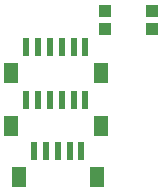
<source format=gtp>
G75*
G70*
%OFA0B0*%
%FSLAX24Y24*%
%IPPOS*%
%LPD*%
%AMOC8*
5,1,8,0,0,1.08239X$1,22.5*
%
%ADD10R,0.0236X0.0610*%
%ADD11R,0.0472X0.0709*%
%ADD12R,0.0394X0.0394*%
D10*
X009572Y012876D03*
X009966Y012876D03*
X010360Y012876D03*
X010753Y012876D03*
X011147Y012876D03*
X011278Y014576D03*
X010884Y014576D03*
X010491Y014576D03*
X010097Y014576D03*
X009703Y014576D03*
X009310Y014576D03*
X009310Y016326D03*
X009703Y016326D03*
X010097Y016326D03*
X010491Y016326D03*
X010884Y016326D03*
X011278Y016326D03*
D11*
X009060Y012000D03*
X008798Y013700D03*
X008798Y015450D03*
X011790Y015450D03*
X011790Y013700D03*
X011659Y012000D03*
D12*
X011922Y016911D03*
X011922Y017541D03*
X013497Y017541D03*
X013497Y016911D03*
M02*

</source>
